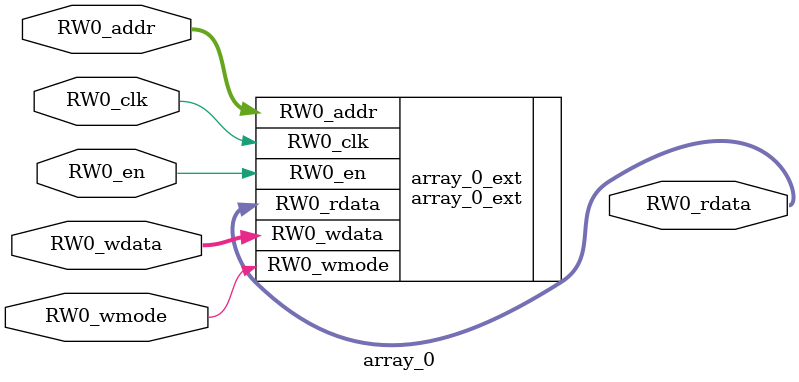
<source format=sv>
`ifndef RANDOMIZE
  `ifdef RANDOMIZE_MEM_INIT
    `define RANDOMIZE
  `endif // RANDOMIZE_MEM_INIT
`endif // not def RANDOMIZE
`ifndef RANDOMIZE
  `ifdef RANDOMIZE_REG_INIT
    `define RANDOMIZE
  `endif // RANDOMIZE_REG_INIT
`endif // not def RANDOMIZE

`ifndef RANDOM
  `define RANDOM $random
`endif // not def RANDOM

// Users can define INIT_RANDOM as general code that gets injected into the
// initializer block for modules with registers.
`ifndef INIT_RANDOM
  `define INIT_RANDOM
`endif // not def INIT_RANDOM

// If using random initialization, you can also define RANDOMIZE_DELAY to
// customize the delay used, otherwise 0.002 is used.
`ifndef RANDOMIZE_DELAY
  `define RANDOMIZE_DELAY 0.002
`endif // not def RANDOMIZE_DELAY

// Define INIT_RANDOM_PROLOG_ for use in our modules below.
`ifndef INIT_RANDOM_PROLOG_
  `ifdef RANDOMIZE
    `ifdef VERILATOR
      `define INIT_RANDOM_PROLOG_ `INIT_RANDOM
    `else  // VERILATOR
      `define INIT_RANDOM_PROLOG_ `INIT_RANDOM #`RANDOMIZE_DELAY begin end
    `endif // VERILATOR
  `else  // RANDOMIZE
    `define INIT_RANDOM_PROLOG_
  `endif // RANDOMIZE
`endif // not def INIT_RANDOM_PROLOG_

// Include register initializers in init blocks unless synthesis is set
`ifndef SYNTHESIS
  `ifndef ENABLE_INITIAL_REG_
    `define ENABLE_INITIAL_REG_
  `endif // not def ENABLE_INITIAL_REG_
`endif // not def SYNTHESIS

// Include rmemory initializers in init blocks unless synthesis is set
`ifndef SYNTHESIS
  `ifndef ENABLE_INITIAL_MEM_
    `define ENABLE_INITIAL_MEM_
  `endif // not def ENABLE_INITIAL_MEM_
`endif // not def SYNTHESIS

module array_0(
  input  [7:0]  RW0_addr,
  input         RW0_en,
  input         RW0_clk,
  input         RW0_wmode,
  input  [65:0] RW0_wdata,
  output [65:0] RW0_rdata
);

  array_0_ext array_0_ext (
    .RW0_addr  (RW0_addr),
    .RW0_en    (RW0_en),
    .RW0_clk   (RW0_clk),
    .RW0_wmode (RW0_wmode),
    .RW0_wdata (RW0_wdata),
    .RW0_rdata (RW0_rdata)
  );
endmodule


</source>
